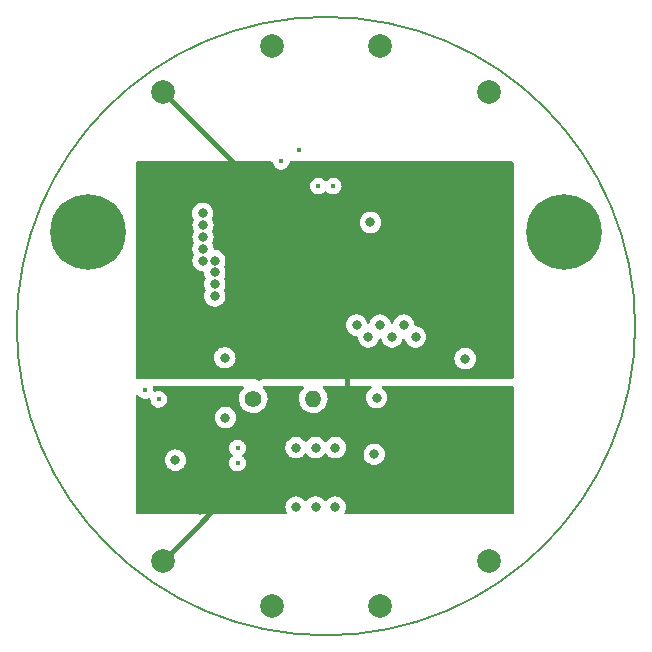
<source format=gbr>
%TF.GenerationSoftware,KiCad,Pcbnew,6.0.10-86aedd382b~118~ubuntu20.04.1*%
%TF.CreationDate,2023-01-12T10:33:16+01:00*%
%TF.ProjectId,thrust_controller,74687275-7374-45f6-936f-6e74726f6c6c,rev?*%
%TF.SameCoordinates,Original*%
%TF.FileFunction,Copper,L2,Inr*%
%TF.FilePolarity,Positive*%
%FSLAX46Y46*%
G04 Gerber Fmt 4.6, Leading zero omitted, Abs format (unit mm)*
G04 Created by KiCad (PCBNEW 6.0.10-86aedd382b~118~ubuntu20.04.1) date 2023-01-12 10:33:16*
%MOMM*%
%LPD*%
G01*
G04 APERTURE LIST*
%TA.AperFunction,Profile*%
%ADD10C,0.200000*%
%TD*%
%TA.AperFunction,ComponentPad*%
%ADD11C,6.400000*%
%TD*%
%TA.AperFunction,ComponentPad*%
%ADD12C,1.400000*%
%TD*%
%TA.AperFunction,ComponentPad*%
%ADD13O,1.400000X1.400000*%
%TD*%
%TA.AperFunction,ComponentPad*%
%ADD14C,2.000000*%
%TD*%
%TA.AperFunction,ViaPad*%
%ADD15C,0.800000*%
%TD*%
%TA.AperFunction,ViaPad*%
%ADD16C,0.400000*%
%TD*%
%TA.AperFunction,Conductor*%
%ADD17C,0.400000*%
%TD*%
G04 APERTURE END LIST*
D10*
X169350000Y-83700000D02*
G75*
G03*
X169350000Y-83700000I-26180000J0D01*
G01*
D11*
%TO.N,N/C*%
%TO.C,H2*%
X163300000Y-75700000D03*
%TD*%
D12*
%TO.N,Net-(R3-Pad1)*%
%TO.C,R6*%
X137020000Y-89850000D03*
D13*
%TO.N,Net-(R3-Pad2)*%
X142100000Y-89850000D03*
%TD*%
D11*
%TO.N,N/C*%
%TO.C,H1*%
X123040000Y-75700000D03*
%TD*%
D14*
%TO.N,GNDA*%
%TO.C,TP6*%
X129370000Y-103560000D03*
%TD*%
%TO.N,+3.3VA*%
%TO.C,TP1*%
X138570000Y-107440000D03*
%TD*%
%TO.N,Cmd*%
%TO.C,TP7*%
X147770000Y-59960000D03*
%TD*%
%TO.N,+3.3V*%
%TO.C,TP5*%
X138570000Y-59960000D03*
%TD*%
%TO.N,Ref*%
%TO.C,TP4*%
X156970000Y-103560000D03*
%TD*%
%TO.N,Meas*%
%TO.C,TP3*%
X147770000Y-107440000D03*
%TD*%
%TO.N,Des*%
%TO.C,TP2*%
X156970000Y-63840000D03*
%TD*%
%TO.N,GNDA*%
%TO.C,TP8*%
X129370000Y-63840000D03*
%TD*%
D15*
%TO.N,+3.3VA*%
X142297500Y-93987500D03*
X142297500Y-99020000D03*
X130422500Y-95050000D03*
X147460000Y-89750000D03*
X134660000Y-91450000D03*
X143960000Y-93987500D03*
X140635000Y-99020000D03*
X140635000Y-93987500D03*
X143960000Y-99020000D03*
X147260000Y-94550000D03*
%TO.N,GNDA*%
X147260000Y-92912500D03*
X155985000Y-71050000D03*
X137451979Y-77118887D03*
X145310000Y-89609500D03*
X130422500Y-86850500D03*
X149760000Y-79912500D03*
X146000000Y-96570000D03*
X142060000Y-91780000D03*
X137451979Y-75753331D03*
X130279985Y-74650000D03*
X157850000Y-92110000D03*
X145329310Y-86381241D03*
X137451979Y-78484443D03*
X139060000Y-78484443D03*
X130279985Y-76200000D03*
X132500000Y-98160000D03*
X130279985Y-77750000D03*
X151710000Y-86375000D03*
X130279985Y-82910126D03*
X132497500Y-99310000D03*
X137922500Y-92650000D03*
X147344576Y-96570000D03*
X148689152Y-96570000D03*
X149910000Y-86660000D03*
X148260000Y-86887500D03*
X130435000Y-71050000D03*
X157850000Y-89750000D03*
X157850000Y-90930000D03*
X130422500Y-90150000D03*
X149760000Y-78440000D03*
X148260000Y-78440000D03*
X148260000Y-79912500D03*
X137451979Y-79850000D03*
X137480000Y-87924500D03*
X136010000Y-73945000D03*
%TO.N,+5V*%
X132760000Y-78150000D03*
X132760000Y-76150000D03*
X132735500Y-74150000D03*
X133760000Y-80150000D03*
X133760000Y-81150000D03*
X132760000Y-75150000D03*
X133760000Y-79150000D03*
X133760000Y-78150000D03*
X132760000Y-77150000D03*
D16*
%TO.N,S+*%
X135685000Y-95285000D03*
%TO.N,S-*%
X135685000Y-94015000D03*
D15*
%TO.N,+3.3V*%
X148760000Y-84620000D03*
X147760000Y-83620000D03*
X150760000Y-84620000D03*
X134610000Y-86375000D03*
X146934500Y-74920000D03*
X146760000Y-84620000D03*
X145760000Y-83620000D03*
X154960000Y-86450000D03*
X149760000Y-83620000D03*
D16*
%TO.N,Des*%
X140860000Y-68750000D03*
%TO.N,Cmd*%
X139369500Y-69750000D03*
%TO.N,B*%
X129010000Y-89900000D03*
%TO.N,A*%
X127860000Y-89150000D03*
%TO.N,SWDIO*%
X142535000Y-71850000D03*
%TO.N,SWCLK*%
X143785000Y-71850000D03*
%TD*%
D17*
%TO.N,GNDA*%
X136060000Y-70530000D02*
X136060000Y-70550000D01*
X129370000Y-103560000D02*
X136360000Y-96570000D01*
X144913499Y-87996501D02*
X145760000Y-87150000D01*
X129370000Y-63840000D02*
X136060000Y-70530000D01*
X144913499Y-89500000D02*
X144913499Y-87996501D01*
%TD*%
%TA.AperFunction,Conductor*%
%TO.N,GNDA*%
G36*
X136186783Y-88770002D02*
G01*
X136233276Y-88823658D01*
X136243380Y-88893932D01*
X136213886Y-88958512D01*
X136201746Y-88970726D01*
X136145457Y-89020090D01*
X136008863Y-89193360D01*
X135906131Y-89388620D01*
X135840703Y-89599333D01*
X135814770Y-89818440D01*
X135829200Y-90038604D01*
X135830621Y-90044200D01*
X135830622Y-90044205D01*
X135876961Y-90226660D01*
X135883511Y-90252452D01*
X135885928Y-90257694D01*
X135885928Y-90257695D01*
X135924046Y-90340379D01*
X135975883Y-90452821D01*
X136103222Y-90633002D01*
X136261264Y-90786961D01*
X136266060Y-90790166D01*
X136266063Y-90790168D01*
X136350261Y-90846427D01*
X136444717Y-90909540D01*
X136450020Y-90911818D01*
X136450023Y-90911820D01*
X136575989Y-90965939D01*
X136647436Y-90996635D01*
X136727088Y-91014658D01*
X136856995Y-91044054D01*
X136857001Y-91044055D01*
X136862632Y-91045329D01*
X136868403Y-91045556D01*
X136868405Y-91045556D01*
X136936211Y-91048220D01*
X137083098Y-91053991D01*
X137192275Y-91038161D01*
X137295738Y-91023160D01*
X137295743Y-91023159D01*
X137301452Y-91022331D01*
X137306916Y-91020476D01*
X137306921Y-91020475D01*
X137504907Y-90953268D01*
X137504912Y-90953266D01*
X137510379Y-90951410D01*
X137702884Y-90843602D01*
X137872518Y-90702518D01*
X137947372Y-90612517D01*
X138009908Y-90537326D01*
X138009910Y-90537323D01*
X138013602Y-90532884D01*
X138103998Y-90371470D01*
X138118586Y-90345422D01*
X138118587Y-90345420D01*
X138121410Y-90340379D01*
X138123266Y-90334912D01*
X138123268Y-90334907D01*
X138190475Y-90136921D01*
X138190476Y-90136916D01*
X138192331Y-90131452D01*
X138193159Y-90125743D01*
X138193160Y-90125738D01*
X138223458Y-89916772D01*
X138223991Y-89913098D01*
X138225643Y-89850000D01*
X138205454Y-89630289D01*
X138200038Y-89611083D01*
X138147134Y-89423500D01*
X138145565Y-89417936D01*
X138047980Y-89220053D01*
X138034328Y-89201770D01*
X137919420Y-89047891D01*
X137919420Y-89047890D01*
X137915967Y-89043267D01*
X137911729Y-89039349D01*
X137911725Y-89039345D01*
X137835112Y-88968524D01*
X137798667Y-88907596D01*
X137800948Y-88836636D01*
X137841230Y-88778174D01*
X137906725Y-88750771D01*
X137920641Y-88750000D01*
X141198662Y-88750000D01*
X141266783Y-88770002D01*
X141313276Y-88823658D01*
X141323380Y-88893932D01*
X141293886Y-88958512D01*
X141281746Y-88970726D01*
X141225457Y-89020090D01*
X141088863Y-89193360D01*
X140986131Y-89388620D01*
X140920703Y-89599333D01*
X140894770Y-89818440D01*
X140909200Y-90038604D01*
X140910621Y-90044200D01*
X140910622Y-90044205D01*
X140956961Y-90226660D01*
X140963511Y-90252452D01*
X140965928Y-90257694D01*
X140965928Y-90257695D01*
X141004046Y-90340379D01*
X141055883Y-90452821D01*
X141183222Y-90633002D01*
X141341264Y-90786961D01*
X141346060Y-90790166D01*
X141346063Y-90790168D01*
X141430261Y-90846427D01*
X141524717Y-90909540D01*
X141530020Y-90911818D01*
X141530023Y-90911820D01*
X141655989Y-90965939D01*
X141727436Y-90996635D01*
X141807088Y-91014658D01*
X141936995Y-91044054D01*
X141937001Y-91044055D01*
X141942632Y-91045329D01*
X141948403Y-91045556D01*
X141948405Y-91045556D01*
X142016211Y-91048220D01*
X142163098Y-91053991D01*
X142272275Y-91038161D01*
X142375738Y-91023160D01*
X142375743Y-91023159D01*
X142381452Y-91022331D01*
X142386916Y-91020476D01*
X142386921Y-91020475D01*
X142584907Y-90953268D01*
X142584912Y-90953266D01*
X142590379Y-90951410D01*
X142782884Y-90843602D01*
X142952518Y-90702518D01*
X143027372Y-90612517D01*
X143089908Y-90537326D01*
X143089910Y-90537323D01*
X143093602Y-90532884D01*
X143183998Y-90371470D01*
X143198586Y-90345422D01*
X143198587Y-90345420D01*
X143201410Y-90340379D01*
X143203266Y-90334912D01*
X143203268Y-90334907D01*
X143270475Y-90136921D01*
X143270476Y-90136916D01*
X143272331Y-90131452D01*
X143273159Y-90125743D01*
X143273160Y-90125738D01*
X143303458Y-89916772D01*
X143303991Y-89913098D01*
X143305643Y-89850000D01*
X143285454Y-89630289D01*
X143280038Y-89611083D01*
X143227134Y-89423500D01*
X143225565Y-89417936D01*
X143127980Y-89220053D01*
X143114328Y-89201770D01*
X142999420Y-89047891D01*
X142999420Y-89047890D01*
X142995967Y-89043267D01*
X142991729Y-89039349D01*
X142991725Y-89039345D01*
X142915112Y-88968524D01*
X142878667Y-88907596D01*
X142880948Y-88836636D01*
X142921230Y-88778174D01*
X142986725Y-88750771D01*
X143000641Y-88750000D01*
X146916573Y-88750000D01*
X146984694Y-88770002D01*
X147031187Y-88823658D01*
X147041291Y-88893932D01*
X147011797Y-88958512D01*
X146990636Y-88977935D01*
X146854129Y-89077112D01*
X146849716Y-89082014D01*
X146849714Y-89082015D01*
X146744857Y-89198470D01*
X146727467Y-89217784D01*
X146724164Y-89223505D01*
X146665213Y-89325612D01*
X146632821Y-89381716D01*
X146574326Y-89561744D01*
X146573636Y-89568305D01*
X146573636Y-89568307D01*
X146567267Y-89628904D01*
X146554540Y-89750000D01*
X146555230Y-89756565D01*
X146572288Y-89918862D01*
X146574326Y-89938256D01*
X146632821Y-90118284D01*
X146636124Y-90124006D01*
X146636125Y-90124007D01*
X146710283Y-90252452D01*
X146727467Y-90282216D01*
X146854129Y-90422888D01*
X147007270Y-90534151D01*
X147180197Y-90611144D01*
X147278212Y-90631978D01*
X147358897Y-90649128D01*
X147358901Y-90649128D01*
X147365354Y-90650500D01*
X147554646Y-90650500D01*
X147561099Y-90649128D01*
X147561103Y-90649128D01*
X147641788Y-90631978D01*
X147739803Y-90611144D01*
X147912730Y-90534151D01*
X148065871Y-90422888D01*
X148192533Y-90282216D01*
X148209717Y-90252452D01*
X148283875Y-90124007D01*
X148283876Y-90124006D01*
X148287179Y-90118284D01*
X148345674Y-89938256D01*
X148347713Y-89918862D01*
X148364770Y-89756565D01*
X148365460Y-89750000D01*
X148352733Y-89628904D01*
X148346364Y-89568307D01*
X148346364Y-89568305D01*
X148345674Y-89561744D01*
X148287179Y-89381716D01*
X148254788Y-89325612D01*
X148195836Y-89223505D01*
X148192533Y-89217784D01*
X148175143Y-89198470D01*
X148070286Y-89082015D01*
X148070284Y-89082014D01*
X148065871Y-89077112D01*
X147929365Y-88977935D01*
X147886012Y-88921714D01*
X147879937Y-88850978D01*
X147913068Y-88788186D01*
X147974888Y-88753275D01*
X148003427Y-88750000D01*
X158934000Y-88750000D01*
X159002121Y-88770002D01*
X159048614Y-88823658D01*
X159060000Y-88876000D01*
X159060000Y-99524000D01*
X159039998Y-99592121D01*
X158986342Y-99638614D01*
X158934000Y-99650000D01*
X144854315Y-99650000D01*
X144786194Y-99629998D01*
X144739701Y-99576342D01*
X144729597Y-99506068D01*
X144745196Y-99461000D01*
X144783875Y-99394007D01*
X144783876Y-99394006D01*
X144787179Y-99388284D01*
X144845674Y-99208256D01*
X144865460Y-99020000D01*
X144845674Y-98831744D01*
X144787179Y-98651716D01*
X144692533Y-98487784D01*
X144565871Y-98347112D01*
X144412730Y-98235849D01*
X144239803Y-98158856D01*
X144141788Y-98138022D01*
X144061103Y-98120872D01*
X144061099Y-98120872D01*
X144054646Y-98119500D01*
X143865354Y-98119500D01*
X143858901Y-98120872D01*
X143858897Y-98120872D01*
X143778212Y-98138022D01*
X143680197Y-98158856D01*
X143507270Y-98235849D01*
X143354129Y-98347112D01*
X143227467Y-98487784D01*
X143227003Y-98487366D01*
X143174469Y-98527880D01*
X143103733Y-98533958D01*
X143040940Y-98500829D01*
X143030826Y-98489157D01*
X143030033Y-98487784D01*
X142903371Y-98347112D01*
X142750230Y-98235849D01*
X142577303Y-98158856D01*
X142479288Y-98138022D01*
X142398603Y-98120872D01*
X142398599Y-98120872D01*
X142392146Y-98119500D01*
X142202854Y-98119500D01*
X142196401Y-98120872D01*
X142196397Y-98120872D01*
X142115712Y-98138022D01*
X142017697Y-98158856D01*
X141844770Y-98235849D01*
X141691629Y-98347112D01*
X141564967Y-98487784D01*
X141564503Y-98487366D01*
X141511969Y-98527880D01*
X141441233Y-98533958D01*
X141378440Y-98500829D01*
X141368326Y-98489157D01*
X141367533Y-98487784D01*
X141240871Y-98347112D01*
X141087730Y-98235849D01*
X140914803Y-98158856D01*
X140816788Y-98138022D01*
X140736103Y-98120872D01*
X140736099Y-98120872D01*
X140729646Y-98119500D01*
X140540354Y-98119500D01*
X140533901Y-98120872D01*
X140533897Y-98120872D01*
X140453212Y-98138022D01*
X140355197Y-98158856D01*
X140182270Y-98235849D01*
X140029129Y-98347112D01*
X139902467Y-98487784D01*
X139807821Y-98651716D01*
X139749326Y-98831744D01*
X139729540Y-99020000D01*
X139749326Y-99208256D01*
X139807821Y-99388284D01*
X139811124Y-99394006D01*
X139811125Y-99394007D01*
X139849804Y-99461000D01*
X139866542Y-99529995D01*
X139843322Y-99597087D01*
X139787515Y-99640974D01*
X139740685Y-99650000D01*
X127186000Y-99650000D01*
X127117879Y-99629998D01*
X127071386Y-99576342D01*
X127060000Y-99524000D01*
X127060000Y-95050000D01*
X129517040Y-95050000D01*
X129517730Y-95056565D01*
X129536004Y-95230432D01*
X129536826Y-95238256D01*
X129595321Y-95418284D01*
X129689967Y-95582216D01*
X129694385Y-95587123D01*
X129694386Y-95587124D01*
X129716479Y-95611660D01*
X129816629Y-95722888D01*
X129969770Y-95834151D01*
X130142697Y-95911144D01*
X130240712Y-95931978D01*
X130321397Y-95949128D01*
X130321401Y-95949128D01*
X130327854Y-95950500D01*
X130517146Y-95950500D01*
X130523599Y-95949128D01*
X130523603Y-95949128D01*
X130604288Y-95931978D01*
X130702303Y-95911144D01*
X130875230Y-95834151D01*
X131028371Y-95722888D01*
X131128522Y-95611660D01*
X131150614Y-95587124D01*
X131150615Y-95587123D01*
X131155033Y-95582216D01*
X131249679Y-95418284D01*
X131295387Y-95277611D01*
X134979394Y-95277611D01*
X134997999Y-95446135D01*
X135056266Y-95605356D01*
X135060502Y-95611659D01*
X135060502Y-95611660D01*
X135073574Y-95631113D01*
X135150830Y-95746083D01*
X135156442Y-95751190D01*
X135156445Y-95751193D01*
X135270612Y-95855077D01*
X135270616Y-95855080D01*
X135276233Y-95860191D01*
X135282906Y-95863814D01*
X135282910Y-95863817D01*
X135418558Y-95937467D01*
X135418560Y-95937468D01*
X135425235Y-95941092D01*
X135432584Y-95943020D01*
X135581883Y-95982188D01*
X135581885Y-95982188D01*
X135589233Y-95984116D01*
X135675609Y-95985473D01*
X135751161Y-95986660D01*
X135751164Y-95986660D01*
X135758760Y-95986779D01*
X135766165Y-95985083D01*
X135766166Y-95985083D01*
X135826586Y-95971245D01*
X135924029Y-95948928D01*
X136075498Y-95872747D01*
X136204423Y-95762634D01*
X136303361Y-95624947D01*
X136311237Y-95605356D01*
X136363766Y-95474687D01*
X136363767Y-95474685D01*
X136366601Y-95467634D01*
X136385598Y-95334151D01*
X136389909Y-95303862D01*
X136389909Y-95303859D01*
X136390490Y-95299778D01*
X136390645Y-95285000D01*
X136389836Y-95278310D01*
X136384194Y-95231693D01*
X136370276Y-95116680D01*
X136310345Y-94958077D01*
X136261239Y-94886628D01*
X136218614Y-94824608D01*
X136218613Y-94824607D01*
X136214312Y-94818349D01*
X136203448Y-94808669D01*
X136130663Y-94743820D01*
X136093107Y-94683570D01*
X136094088Y-94612580D01*
X136132652Y-94553933D01*
X136198648Y-94497567D01*
X136198651Y-94497564D01*
X136204423Y-94492634D01*
X136303361Y-94354947D01*
X136311237Y-94335356D01*
X136363766Y-94204687D01*
X136363767Y-94204685D01*
X136366601Y-94197634D01*
X136390490Y-94029778D01*
X136390645Y-94015000D01*
X136388840Y-94000080D01*
X136387318Y-93987500D01*
X139729540Y-93987500D01*
X139730230Y-93994065D01*
X139746711Y-94150872D01*
X139749326Y-94175756D01*
X139807821Y-94355784D01*
X139811124Y-94361506D01*
X139811125Y-94361507D01*
X139879318Y-94479620D01*
X139902467Y-94519716D01*
X139906885Y-94524623D01*
X139906886Y-94524624D01*
X140020138Y-94650402D01*
X140029129Y-94660388D01*
X140034468Y-94664267D01*
X140146037Y-94745326D01*
X140182270Y-94771651D01*
X140355197Y-94848644D01*
X140447705Y-94868307D01*
X140533897Y-94886628D01*
X140533901Y-94886628D01*
X140540354Y-94888000D01*
X140729646Y-94888000D01*
X140736099Y-94886628D01*
X140736103Y-94886628D01*
X140822295Y-94868307D01*
X140914803Y-94848644D01*
X141087730Y-94771651D01*
X141123964Y-94745326D01*
X141235532Y-94664267D01*
X141240871Y-94660388D01*
X141249863Y-94650402D01*
X141363114Y-94524624D01*
X141363115Y-94524623D01*
X141367533Y-94519716D01*
X141367997Y-94520134D01*
X141420531Y-94479620D01*
X141491267Y-94473542D01*
X141554060Y-94506671D01*
X141564174Y-94518343D01*
X141564967Y-94519716D01*
X141569385Y-94524623D01*
X141569386Y-94524624D01*
X141682638Y-94650402D01*
X141691629Y-94660388D01*
X141696968Y-94664267D01*
X141808537Y-94745326D01*
X141844770Y-94771651D01*
X142017697Y-94848644D01*
X142110205Y-94868307D01*
X142196397Y-94886628D01*
X142196401Y-94886628D01*
X142202854Y-94888000D01*
X142392146Y-94888000D01*
X142398599Y-94886628D01*
X142398603Y-94886628D01*
X142484795Y-94868307D01*
X142577303Y-94848644D01*
X142750230Y-94771651D01*
X142786464Y-94745326D01*
X142898032Y-94664267D01*
X142903371Y-94660388D01*
X142912363Y-94650402D01*
X143025614Y-94524624D01*
X143025615Y-94524623D01*
X143030033Y-94519716D01*
X143030497Y-94520134D01*
X143083031Y-94479620D01*
X143153767Y-94473542D01*
X143216560Y-94506671D01*
X143226674Y-94518343D01*
X143227467Y-94519716D01*
X143231885Y-94524623D01*
X143231886Y-94524624D01*
X143345138Y-94650402D01*
X143354129Y-94660388D01*
X143359468Y-94664267D01*
X143471037Y-94745326D01*
X143507270Y-94771651D01*
X143680197Y-94848644D01*
X143772705Y-94868307D01*
X143858897Y-94886628D01*
X143858901Y-94886628D01*
X143865354Y-94888000D01*
X144054646Y-94888000D01*
X144061099Y-94886628D01*
X144061103Y-94886628D01*
X144147295Y-94868307D01*
X144239803Y-94848644D01*
X144412730Y-94771651D01*
X144448964Y-94745326D01*
X144560532Y-94664267D01*
X144565871Y-94660388D01*
X144574863Y-94650402D01*
X144665265Y-94550000D01*
X146354540Y-94550000D01*
X146355230Y-94556565D01*
X146370890Y-94705560D01*
X146374326Y-94738256D01*
X146432821Y-94918284D01*
X146527467Y-95082216D01*
X146531885Y-95087123D01*
X146531886Y-95087124D01*
X146565288Y-95124220D01*
X146654129Y-95222888D01*
X146659468Y-95226767D01*
X146765581Y-95303862D01*
X146807270Y-95334151D01*
X146980197Y-95411144D01*
X147078212Y-95431978D01*
X147158897Y-95449128D01*
X147158901Y-95449128D01*
X147165354Y-95450500D01*
X147354646Y-95450500D01*
X147361099Y-95449128D01*
X147361103Y-95449128D01*
X147441788Y-95431978D01*
X147539803Y-95411144D01*
X147712730Y-95334151D01*
X147754420Y-95303862D01*
X147860532Y-95226767D01*
X147865871Y-95222888D01*
X147954713Y-95124220D01*
X147988114Y-95087124D01*
X147988115Y-95087123D01*
X147992533Y-95082216D01*
X148087179Y-94918284D01*
X148145674Y-94738256D01*
X148149111Y-94705560D01*
X148164770Y-94556565D01*
X148165460Y-94550000D01*
X148157029Y-94469783D01*
X148146364Y-94368307D01*
X148146364Y-94368305D01*
X148145674Y-94361744D01*
X148087179Y-94181716D01*
X148079599Y-94168586D01*
X147995836Y-94023505D01*
X147992533Y-94017784D01*
X147988114Y-94012876D01*
X147870286Y-93882015D01*
X147870284Y-93882014D01*
X147865871Y-93877112D01*
X147767728Y-93805807D01*
X147718072Y-93769730D01*
X147718071Y-93769729D01*
X147712730Y-93765849D01*
X147539803Y-93688856D01*
X147441788Y-93668022D01*
X147361103Y-93650872D01*
X147361099Y-93650872D01*
X147354646Y-93649500D01*
X147165354Y-93649500D01*
X147158901Y-93650872D01*
X147158897Y-93650872D01*
X147078212Y-93668022D01*
X146980197Y-93688856D01*
X146807270Y-93765849D01*
X146801929Y-93769729D01*
X146801928Y-93769730D01*
X146752272Y-93805807D01*
X146654129Y-93877112D01*
X146649716Y-93882014D01*
X146649714Y-93882015D01*
X146531886Y-94012876D01*
X146527467Y-94017784D01*
X146524164Y-94023505D01*
X146440402Y-94168586D01*
X146432821Y-94181716D01*
X146374326Y-94361744D01*
X146373636Y-94368305D01*
X146373636Y-94368307D01*
X146362971Y-94469783D01*
X146354540Y-94550000D01*
X144665265Y-94550000D01*
X144688114Y-94524624D01*
X144688115Y-94524623D01*
X144692533Y-94519716D01*
X144715682Y-94479620D01*
X144783875Y-94361507D01*
X144783876Y-94361506D01*
X144787179Y-94355784D01*
X144845674Y-94175756D01*
X144848290Y-94150872D01*
X144864770Y-93994065D01*
X144865460Y-93987500D01*
X144849913Y-93839577D01*
X144846364Y-93805807D01*
X144846364Y-93805805D01*
X144845674Y-93799244D01*
X144787179Y-93619216D01*
X144692533Y-93455284D01*
X144675501Y-93436368D01*
X144570286Y-93319515D01*
X144570284Y-93319514D01*
X144565871Y-93314612D01*
X144412730Y-93203349D01*
X144239803Y-93126356D01*
X144141788Y-93105522D01*
X144061103Y-93088372D01*
X144061099Y-93088372D01*
X144054646Y-93087000D01*
X143865354Y-93087000D01*
X143858901Y-93088372D01*
X143858897Y-93088372D01*
X143778212Y-93105522D01*
X143680197Y-93126356D01*
X143507270Y-93203349D01*
X143354129Y-93314612D01*
X143349716Y-93319514D01*
X143349714Y-93319515D01*
X143244499Y-93436368D01*
X143227467Y-93455284D01*
X143227003Y-93454866D01*
X143174469Y-93495380D01*
X143103733Y-93501458D01*
X143040940Y-93468329D01*
X143030826Y-93456657D01*
X143030033Y-93455284D01*
X143013001Y-93436368D01*
X142907786Y-93319515D01*
X142907784Y-93319514D01*
X142903371Y-93314612D01*
X142750230Y-93203349D01*
X142577303Y-93126356D01*
X142479288Y-93105522D01*
X142398603Y-93088372D01*
X142398599Y-93088372D01*
X142392146Y-93087000D01*
X142202854Y-93087000D01*
X142196401Y-93088372D01*
X142196397Y-93088372D01*
X142115712Y-93105522D01*
X142017697Y-93126356D01*
X141844770Y-93203349D01*
X141691629Y-93314612D01*
X141687216Y-93319514D01*
X141687214Y-93319515D01*
X141581999Y-93436368D01*
X141564967Y-93455284D01*
X141564503Y-93454866D01*
X141511969Y-93495380D01*
X141441233Y-93501458D01*
X141378440Y-93468329D01*
X141368326Y-93456657D01*
X141367533Y-93455284D01*
X141350501Y-93436368D01*
X141245286Y-93319515D01*
X141245284Y-93319514D01*
X141240871Y-93314612D01*
X141087730Y-93203349D01*
X140914803Y-93126356D01*
X140816788Y-93105522D01*
X140736103Y-93088372D01*
X140736099Y-93088372D01*
X140729646Y-93087000D01*
X140540354Y-93087000D01*
X140533901Y-93088372D01*
X140533897Y-93088372D01*
X140453212Y-93105522D01*
X140355197Y-93126356D01*
X140182270Y-93203349D01*
X140029129Y-93314612D01*
X140024716Y-93319514D01*
X140024714Y-93319515D01*
X139919499Y-93436368D01*
X139902467Y-93455284D01*
X139807821Y-93619216D01*
X139749326Y-93799244D01*
X139748636Y-93805805D01*
X139748636Y-93805807D01*
X139745087Y-93839577D01*
X139729540Y-93987500D01*
X136387318Y-93987500D01*
X136374552Y-93882015D01*
X136370276Y-93846680D01*
X136310345Y-93688077D01*
X136271629Y-93631745D01*
X136218614Y-93554608D01*
X136218613Y-93554607D01*
X136214312Y-93548349D01*
X136161683Y-93501458D01*
X136093392Y-93440612D01*
X136093388Y-93440610D01*
X136087721Y-93435560D01*
X135937881Y-93356224D01*
X135773441Y-93314919D01*
X135765843Y-93314879D01*
X135765841Y-93314879D01*
X135688668Y-93314475D01*
X135603895Y-93314031D01*
X135596508Y-93315805D01*
X135596504Y-93315805D01*
X135453498Y-93350139D01*
X135439032Y-93353612D01*
X135432288Y-93357093D01*
X135432285Y-93357094D01*
X135427089Y-93359776D01*
X135288369Y-93431375D01*
X135282647Y-93436367D01*
X135282645Y-93436368D01*
X135226098Y-93485697D01*
X135160604Y-93542831D01*
X135156237Y-93549045D01*
X135084672Y-93650872D01*
X135063113Y-93681547D01*
X135001524Y-93839513D01*
X135000532Y-93847046D01*
X135000532Y-93847047D01*
X134982042Y-93987500D01*
X134979394Y-94007611D01*
X134997999Y-94176135D01*
X135056266Y-94335356D01*
X135060502Y-94341659D01*
X135060502Y-94341660D01*
X135069779Y-94355466D01*
X135150830Y-94476083D01*
X135156446Y-94481193D01*
X135239958Y-94557184D01*
X135276880Y-94617824D01*
X135275157Y-94688800D01*
X135237987Y-94745326D01*
X135160604Y-94812831D01*
X135156237Y-94819045D01*
X135086491Y-94918284D01*
X135063113Y-94951547D01*
X135001524Y-95109513D01*
X135000532Y-95117046D01*
X135000532Y-95117047D01*
X134983749Y-95244534D01*
X134979394Y-95277611D01*
X131295387Y-95277611D01*
X131308174Y-95238256D01*
X131308997Y-95230432D01*
X131327270Y-95056565D01*
X131327960Y-95050000D01*
X131317641Y-94951819D01*
X131308864Y-94868307D01*
X131308864Y-94868305D01*
X131308174Y-94861744D01*
X131249679Y-94681716D01*
X131155033Y-94517784D01*
X131145027Y-94506671D01*
X131032786Y-94382015D01*
X131032784Y-94382014D01*
X131028371Y-94377112D01*
X131007219Y-94361744D01*
X130880572Y-94269730D01*
X130880571Y-94269729D01*
X130875230Y-94265849D01*
X130702303Y-94188856D01*
X130604288Y-94168022D01*
X130523603Y-94150872D01*
X130523599Y-94150872D01*
X130517146Y-94149500D01*
X130327854Y-94149500D01*
X130321401Y-94150872D01*
X130321397Y-94150872D01*
X130240712Y-94168022D01*
X130142697Y-94188856D01*
X129969770Y-94265849D01*
X129964429Y-94269729D01*
X129964428Y-94269730D01*
X129837781Y-94361744D01*
X129816629Y-94377112D01*
X129812216Y-94382014D01*
X129812214Y-94382015D01*
X129699973Y-94506671D01*
X129689967Y-94517784D01*
X129595321Y-94681716D01*
X129536826Y-94861744D01*
X129536136Y-94868305D01*
X129536136Y-94868307D01*
X129527359Y-94951819D01*
X129517040Y-95050000D01*
X127060000Y-95050000D01*
X127060000Y-91450000D01*
X133754540Y-91450000D01*
X133774326Y-91638256D01*
X133832821Y-91818284D01*
X133927467Y-91982216D01*
X133931885Y-91987123D01*
X133931886Y-91987124D01*
X133997889Y-92060427D01*
X134054129Y-92122888D01*
X134207270Y-92234151D01*
X134380197Y-92311144D01*
X134478212Y-92331978D01*
X134558897Y-92349128D01*
X134558901Y-92349128D01*
X134565354Y-92350500D01*
X134754646Y-92350500D01*
X134761099Y-92349128D01*
X134761103Y-92349128D01*
X134841788Y-92331978D01*
X134939803Y-92311144D01*
X135112730Y-92234151D01*
X135265871Y-92122888D01*
X135322112Y-92060427D01*
X135388114Y-91987124D01*
X135388115Y-91987123D01*
X135392533Y-91982216D01*
X135487179Y-91818284D01*
X135545674Y-91638256D01*
X135565460Y-91450000D01*
X135545674Y-91261744D01*
X135487179Y-91081716D01*
X135470694Y-91053162D01*
X135395836Y-90923505D01*
X135392533Y-90917784D01*
X135265871Y-90777112D01*
X135112730Y-90665849D01*
X134939803Y-90588856D01*
X134841788Y-90568022D01*
X134761103Y-90550872D01*
X134761099Y-90550872D01*
X134754646Y-90549500D01*
X134565354Y-90549500D01*
X134558901Y-90550872D01*
X134558897Y-90550872D01*
X134478212Y-90568022D01*
X134380197Y-90588856D01*
X134207270Y-90665849D01*
X134054129Y-90777112D01*
X133927467Y-90917784D01*
X133924164Y-90923505D01*
X133849307Y-91053162D01*
X133832821Y-91081716D01*
X133774326Y-91261744D01*
X133754540Y-91450000D01*
X127060000Y-91450000D01*
X127060000Y-89628904D01*
X127080002Y-89560783D01*
X127133658Y-89514290D01*
X127203932Y-89504186D01*
X127268512Y-89533680D01*
X127290582Y-89558629D01*
X127321594Y-89604780D01*
X127321597Y-89604783D01*
X127325830Y-89611083D01*
X127331442Y-89616190D01*
X127331445Y-89616193D01*
X127445612Y-89720077D01*
X127445616Y-89720080D01*
X127451233Y-89725191D01*
X127457906Y-89728814D01*
X127457910Y-89728817D01*
X127593558Y-89802467D01*
X127593560Y-89802468D01*
X127600235Y-89806092D01*
X127607584Y-89808020D01*
X127756883Y-89847188D01*
X127756885Y-89847188D01*
X127764233Y-89849116D01*
X127850609Y-89850473D01*
X127926161Y-89851660D01*
X127926164Y-89851660D01*
X127933760Y-89851779D01*
X127941165Y-89850083D01*
X127941166Y-89850083D01*
X128001586Y-89836245D01*
X128099029Y-89813928D01*
X128105810Y-89810518D01*
X128105817Y-89810515D01*
X128123403Y-89801670D01*
X128193248Y-89788932D01*
X128258891Y-89815977D01*
X128299493Y-89874218D01*
X128305255Y-89900408D01*
X128322999Y-90061135D01*
X128348732Y-90131452D01*
X128363942Y-90173015D01*
X128381266Y-90220356D01*
X128385502Y-90226659D01*
X128385502Y-90226660D01*
X128398574Y-90246113D01*
X128475830Y-90361083D01*
X128481442Y-90366190D01*
X128481445Y-90366193D01*
X128595612Y-90470077D01*
X128595616Y-90470080D01*
X128601233Y-90475191D01*
X128607906Y-90478814D01*
X128607910Y-90478817D01*
X128743558Y-90552467D01*
X128743560Y-90552468D01*
X128750235Y-90556092D01*
X128757584Y-90558020D01*
X128906883Y-90597188D01*
X128906885Y-90597188D01*
X128914233Y-90599116D01*
X129000609Y-90600473D01*
X129076161Y-90601660D01*
X129076164Y-90601660D01*
X129083760Y-90601779D01*
X129091165Y-90600083D01*
X129091166Y-90600083D01*
X129151586Y-90586245D01*
X129249029Y-90563928D01*
X129400498Y-90487747D01*
X129529423Y-90377634D01*
X129628361Y-90239947D01*
X129636237Y-90220356D01*
X129688766Y-90089687D01*
X129688767Y-90089685D01*
X129691601Y-90082634D01*
X129715490Y-89914778D01*
X129715645Y-89900000D01*
X129695276Y-89731680D01*
X129635345Y-89573077D01*
X129587997Y-89504186D01*
X129543614Y-89439608D01*
X129543613Y-89439607D01*
X129539312Y-89433349D01*
X129516196Y-89412753D01*
X129418392Y-89325612D01*
X129418388Y-89325610D01*
X129412721Y-89320560D01*
X129394921Y-89311135D01*
X129345080Y-89284746D01*
X129262881Y-89241224D01*
X129098441Y-89199919D01*
X129090843Y-89199879D01*
X129090841Y-89199879D01*
X129013668Y-89199475D01*
X128928895Y-89199031D01*
X128921508Y-89200805D01*
X128921504Y-89200805D01*
X128819754Y-89225234D01*
X128764032Y-89238612D01*
X128748499Y-89246629D01*
X128678793Y-89260099D01*
X128612869Y-89233745D01*
X128571658Y-89175933D01*
X128565621Y-89149801D01*
X128557418Y-89082015D01*
X128545276Y-88981680D01*
X128522172Y-88920537D01*
X128516804Y-88849745D01*
X128550561Y-88787288D01*
X128612727Y-88752996D01*
X128640038Y-88750000D01*
X136118662Y-88750000D01*
X136186783Y-88770002D01*
G37*
%TD.AperFunction*%
%TD*%
%TA.AperFunction,Conductor*%
%TO.N,GNDA*%
G36*
X138619976Y-69770002D02*
G01*
X138666469Y-69823658D01*
X138677094Y-69862172D01*
X138682499Y-69911135D01*
X138740766Y-70070356D01*
X138745002Y-70076659D01*
X138745002Y-70076660D01*
X138758074Y-70096113D01*
X138835330Y-70211083D01*
X138840942Y-70216190D01*
X138840945Y-70216193D01*
X138955112Y-70320077D01*
X138955116Y-70320080D01*
X138960733Y-70325191D01*
X138967406Y-70328814D01*
X138967410Y-70328817D01*
X139103058Y-70402467D01*
X139103060Y-70402468D01*
X139109735Y-70406092D01*
X139117084Y-70408020D01*
X139266383Y-70447188D01*
X139266385Y-70447188D01*
X139273733Y-70449116D01*
X139360109Y-70450473D01*
X139435661Y-70451660D01*
X139435664Y-70451660D01*
X139443260Y-70451779D01*
X139450665Y-70450083D01*
X139450666Y-70450083D01*
X139511086Y-70436245D01*
X139608529Y-70413928D01*
X139759998Y-70337747D01*
X139888923Y-70227634D01*
X139987861Y-70089947D01*
X139995737Y-70070356D01*
X140048266Y-69939687D01*
X140048267Y-69939685D01*
X140051101Y-69932634D01*
X140059161Y-69876000D01*
X140061688Y-69858246D01*
X140091089Y-69793623D01*
X140150760Y-69755155D01*
X140186431Y-69750000D01*
X158934000Y-69750000D01*
X159002121Y-69770002D01*
X159048614Y-69823658D01*
X159060000Y-69876000D01*
X159060000Y-88024000D01*
X159039998Y-88092121D01*
X158986342Y-88138614D01*
X158934000Y-88150000D01*
X127186000Y-88150000D01*
X127117879Y-88129998D01*
X127071386Y-88076342D01*
X127060000Y-88024000D01*
X127060000Y-86375000D01*
X133704540Y-86375000D01*
X133724326Y-86563256D01*
X133782821Y-86743284D01*
X133786124Y-86749006D01*
X133786125Y-86749007D01*
X133826122Y-86818284D01*
X133877467Y-86907216D01*
X133881885Y-86912123D01*
X133881886Y-86912124D01*
X133949417Y-86987124D01*
X134004129Y-87047888D01*
X134009468Y-87051767D01*
X134100610Y-87117985D01*
X134157270Y-87159151D01*
X134330197Y-87236144D01*
X134428212Y-87256978D01*
X134508897Y-87274128D01*
X134508901Y-87274128D01*
X134515354Y-87275500D01*
X134704646Y-87275500D01*
X134711099Y-87274128D01*
X134711103Y-87274128D01*
X134791788Y-87256978D01*
X134889803Y-87236144D01*
X135062730Y-87159151D01*
X135119391Y-87117985D01*
X135210532Y-87051767D01*
X135215871Y-87047888D01*
X135270584Y-86987124D01*
X135338114Y-86912124D01*
X135338115Y-86912123D01*
X135342533Y-86907216D01*
X135393878Y-86818284D01*
X135433875Y-86749007D01*
X135433876Y-86749006D01*
X135437179Y-86743284D01*
X135495674Y-86563256D01*
X135507577Y-86450000D01*
X154054540Y-86450000D01*
X154055230Y-86456565D01*
X154065754Y-86556693D01*
X154074326Y-86638256D01*
X154132821Y-86818284D01*
X154227467Y-86982216D01*
X154231885Y-86987123D01*
X154231886Y-86987124D01*
X154286599Y-87047888D01*
X154354129Y-87122888D01*
X154507270Y-87234151D01*
X154680197Y-87311144D01*
X154778212Y-87331978D01*
X154858897Y-87349128D01*
X154858901Y-87349128D01*
X154865354Y-87350500D01*
X155054646Y-87350500D01*
X155061099Y-87349128D01*
X155061103Y-87349128D01*
X155141788Y-87331978D01*
X155239803Y-87311144D01*
X155412730Y-87234151D01*
X155565871Y-87122888D01*
X155633402Y-87047888D01*
X155688114Y-86987124D01*
X155688115Y-86987123D01*
X155692533Y-86982216D01*
X155787179Y-86818284D01*
X155845674Y-86638256D01*
X155854247Y-86556693D01*
X155864770Y-86456565D01*
X155865460Y-86450000D01*
X155845674Y-86261744D01*
X155787179Y-86081716D01*
X155747507Y-86013001D01*
X155695836Y-85923505D01*
X155692533Y-85917784D01*
X155625003Y-85842784D01*
X155570286Y-85782015D01*
X155570284Y-85782014D01*
X155565871Y-85777112D01*
X155560532Y-85773233D01*
X155418072Y-85669730D01*
X155418071Y-85669729D01*
X155412730Y-85665849D01*
X155239803Y-85588856D01*
X155141788Y-85568022D01*
X155061103Y-85550872D01*
X155061099Y-85550872D01*
X155054646Y-85549500D01*
X154865354Y-85549500D01*
X154858901Y-85550872D01*
X154858897Y-85550872D01*
X154778212Y-85568022D01*
X154680197Y-85588856D01*
X154507270Y-85665849D01*
X154501929Y-85669729D01*
X154501928Y-85669730D01*
X154359468Y-85773233D01*
X154354129Y-85777112D01*
X154349716Y-85782014D01*
X154349714Y-85782015D01*
X154294997Y-85842784D01*
X154227467Y-85917784D01*
X154224164Y-85923505D01*
X154172494Y-86013001D01*
X154132821Y-86081716D01*
X154074326Y-86261744D01*
X154054540Y-86450000D01*
X135507577Y-86450000D01*
X135515460Y-86375000D01*
X135507060Y-86295075D01*
X135496364Y-86193307D01*
X135496364Y-86193305D01*
X135495674Y-86186744D01*
X135437179Y-86006716D01*
X135342533Y-85842784D01*
X135287816Y-85782015D01*
X135220286Y-85707015D01*
X135220284Y-85707014D01*
X135215871Y-85702112D01*
X135062730Y-85590849D01*
X134889803Y-85513856D01*
X134791788Y-85493022D01*
X134711103Y-85475872D01*
X134711099Y-85475872D01*
X134704646Y-85474500D01*
X134515354Y-85474500D01*
X134508901Y-85475872D01*
X134508897Y-85475872D01*
X134428212Y-85493022D01*
X134330197Y-85513856D01*
X134157270Y-85590849D01*
X134004129Y-85702112D01*
X133999716Y-85707014D01*
X133999714Y-85707015D01*
X133932184Y-85782015D01*
X133877467Y-85842784D01*
X133782821Y-86006716D01*
X133724326Y-86186744D01*
X133723636Y-86193305D01*
X133723636Y-86193307D01*
X133712940Y-86295075D01*
X133704540Y-86375000D01*
X127060000Y-86375000D01*
X127060000Y-83620000D01*
X144854540Y-83620000D01*
X144855230Y-83626565D01*
X144869417Y-83761545D01*
X144874326Y-83808256D01*
X144932821Y-83988284D01*
X145027467Y-84152216D01*
X145031885Y-84157123D01*
X145031886Y-84157124D01*
X145122717Y-84258001D01*
X145154129Y-84292888D01*
X145307270Y-84404151D01*
X145480197Y-84481144D01*
X145578212Y-84501978D01*
X145658897Y-84519128D01*
X145658901Y-84519128D01*
X145665354Y-84520500D01*
X145730631Y-84520500D01*
X145798752Y-84540502D01*
X145845245Y-84594158D01*
X145855941Y-84633330D01*
X145868316Y-84751069D01*
X145874326Y-84808256D01*
X145932821Y-84988284D01*
X146027467Y-85152216D01*
X146154129Y-85292888D01*
X146307270Y-85404151D01*
X146480197Y-85481144D01*
X146578212Y-85501978D01*
X146658897Y-85519128D01*
X146658901Y-85519128D01*
X146665354Y-85520500D01*
X146854646Y-85520500D01*
X146861099Y-85519128D01*
X146861103Y-85519128D01*
X146941788Y-85501978D01*
X147039803Y-85481144D01*
X147212730Y-85404151D01*
X147365871Y-85292888D01*
X147492533Y-85152216D01*
X147587179Y-84988284D01*
X147618589Y-84891613D01*
X147640167Y-84825205D01*
X147680241Y-84766599D01*
X147745637Y-84738962D01*
X147815594Y-84751069D01*
X147867900Y-84799075D01*
X147879833Y-84825205D01*
X147901411Y-84891613D01*
X147932821Y-84988284D01*
X148027467Y-85152216D01*
X148154129Y-85292888D01*
X148307270Y-85404151D01*
X148480197Y-85481144D01*
X148578212Y-85501978D01*
X148658897Y-85519128D01*
X148658901Y-85519128D01*
X148665354Y-85520500D01*
X148854646Y-85520500D01*
X148861099Y-85519128D01*
X148861103Y-85519128D01*
X148941788Y-85501978D01*
X149039803Y-85481144D01*
X149212730Y-85404151D01*
X149365871Y-85292888D01*
X149492533Y-85152216D01*
X149587179Y-84988284D01*
X149618589Y-84891613D01*
X149640167Y-84825205D01*
X149680241Y-84766599D01*
X149745637Y-84738962D01*
X149815594Y-84751069D01*
X149867900Y-84799075D01*
X149879833Y-84825205D01*
X149901411Y-84891613D01*
X149932821Y-84988284D01*
X150027467Y-85152216D01*
X150154129Y-85292888D01*
X150307270Y-85404151D01*
X150480197Y-85481144D01*
X150578212Y-85501978D01*
X150658897Y-85519128D01*
X150658901Y-85519128D01*
X150665354Y-85520500D01*
X150854646Y-85520500D01*
X150861099Y-85519128D01*
X150861103Y-85519128D01*
X150941788Y-85501978D01*
X151039803Y-85481144D01*
X151212730Y-85404151D01*
X151365871Y-85292888D01*
X151492533Y-85152216D01*
X151587179Y-84988284D01*
X151645674Y-84808256D01*
X151651685Y-84751069D01*
X151664770Y-84626565D01*
X151665460Y-84620000D01*
X151657105Y-84540502D01*
X151646364Y-84438307D01*
X151646364Y-84438305D01*
X151645674Y-84431744D01*
X151587179Y-84251716D01*
X151492533Y-84087784D01*
X151402943Y-83988284D01*
X151370286Y-83952015D01*
X151370284Y-83952014D01*
X151365871Y-83947112D01*
X151212730Y-83835849D01*
X151039803Y-83758856D01*
X150941788Y-83738022D01*
X150861103Y-83720872D01*
X150861099Y-83720872D01*
X150854646Y-83719500D01*
X150789369Y-83719500D01*
X150721248Y-83699498D01*
X150674755Y-83645842D01*
X150664059Y-83606670D01*
X150646364Y-83438307D01*
X150646364Y-83438305D01*
X150645674Y-83431744D01*
X150587179Y-83251716D01*
X150492533Y-83087784D01*
X150365871Y-82947112D01*
X150212730Y-82835849D01*
X150039803Y-82758856D01*
X149941788Y-82738022D01*
X149861103Y-82720872D01*
X149861099Y-82720872D01*
X149854646Y-82719500D01*
X149665354Y-82719500D01*
X149658901Y-82720872D01*
X149658897Y-82720872D01*
X149578212Y-82738022D01*
X149480197Y-82758856D01*
X149307270Y-82835849D01*
X149154129Y-82947112D01*
X149027467Y-83087784D01*
X148932821Y-83251716D01*
X148930779Y-83258001D01*
X148879833Y-83414795D01*
X148839759Y-83473401D01*
X148774363Y-83501038D01*
X148704406Y-83488931D01*
X148652100Y-83440925D01*
X148640167Y-83414795D01*
X148589221Y-83258001D01*
X148587179Y-83251716D01*
X148492533Y-83087784D01*
X148365871Y-82947112D01*
X148212730Y-82835849D01*
X148039803Y-82758856D01*
X147941788Y-82738022D01*
X147861103Y-82720872D01*
X147861099Y-82720872D01*
X147854646Y-82719500D01*
X147665354Y-82719500D01*
X147658901Y-82720872D01*
X147658897Y-82720872D01*
X147578212Y-82738022D01*
X147480197Y-82758856D01*
X147307270Y-82835849D01*
X147154129Y-82947112D01*
X147027467Y-83087784D01*
X146932821Y-83251716D01*
X146930779Y-83258001D01*
X146879833Y-83414795D01*
X146839759Y-83473401D01*
X146774363Y-83501038D01*
X146704406Y-83488931D01*
X146652100Y-83440925D01*
X146640167Y-83414795D01*
X146589221Y-83258001D01*
X146587179Y-83251716D01*
X146492533Y-83087784D01*
X146365871Y-82947112D01*
X146212730Y-82835849D01*
X146039803Y-82758856D01*
X145941788Y-82738022D01*
X145861103Y-82720872D01*
X145861099Y-82720872D01*
X145854646Y-82719500D01*
X145665354Y-82719500D01*
X145658901Y-82720872D01*
X145658897Y-82720872D01*
X145578212Y-82738022D01*
X145480197Y-82758856D01*
X145307270Y-82835849D01*
X145154129Y-82947112D01*
X145027467Y-83087784D01*
X144932821Y-83251716D01*
X144874326Y-83431744D01*
X144873636Y-83438305D01*
X144873636Y-83438307D01*
X144867043Y-83501038D01*
X144854540Y-83620000D01*
X127060000Y-83620000D01*
X127060000Y-74150000D01*
X131830040Y-74150000D01*
X131849826Y-74338256D01*
X131908321Y-74518284D01*
X131911624Y-74524006D01*
X131911625Y-74524007D01*
X131960244Y-74608218D01*
X131976982Y-74677214D01*
X131960244Y-74734218D01*
X131932821Y-74781716D01*
X131874326Y-74961744D01*
X131854540Y-75150000D01*
X131874326Y-75338256D01*
X131932821Y-75518284D01*
X131936124Y-75524006D01*
X131936125Y-75524007D01*
X131972494Y-75587000D01*
X131989232Y-75655996D01*
X131972494Y-75713000D01*
X131932821Y-75781716D01*
X131874326Y-75961744D01*
X131854540Y-76150000D01*
X131874326Y-76338256D01*
X131932821Y-76518284D01*
X131936124Y-76524006D01*
X131936125Y-76524007D01*
X131972494Y-76587000D01*
X131989232Y-76655996D01*
X131972494Y-76713000D01*
X131932821Y-76781716D01*
X131874326Y-76961744D01*
X131854540Y-77150000D01*
X131855230Y-77156565D01*
X131869417Y-77291545D01*
X131874326Y-77338256D01*
X131932821Y-77518284D01*
X131936124Y-77524006D01*
X131936125Y-77524007D01*
X131972494Y-77587000D01*
X131989232Y-77655996D01*
X131972494Y-77713000D01*
X131932821Y-77781716D01*
X131874326Y-77961744D01*
X131854540Y-78150000D01*
X131874326Y-78338256D01*
X131932821Y-78518284D01*
X131936124Y-78524006D01*
X131936125Y-78524007D01*
X132005405Y-78644004D01*
X132027467Y-78682216D01*
X132031885Y-78687123D01*
X132031886Y-78687124D01*
X132133629Y-78800120D01*
X132154129Y-78822888D01*
X132307270Y-78934151D01*
X132480197Y-79011144D01*
X132578212Y-79031978D01*
X132658897Y-79049128D01*
X132658901Y-79049128D01*
X132665354Y-79050500D01*
X132730631Y-79050500D01*
X132798752Y-79070502D01*
X132845245Y-79124158D01*
X132855941Y-79163330D01*
X132874326Y-79338256D01*
X132932821Y-79518284D01*
X132936124Y-79524006D01*
X132936125Y-79524007D01*
X132972494Y-79587000D01*
X132989232Y-79655996D01*
X132972494Y-79713000D01*
X132932821Y-79781716D01*
X132874326Y-79961744D01*
X132854540Y-80150000D01*
X132874326Y-80338256D01*
X132932821Y-80518284D01*
X132936124Y-80524006D01*
X132936125Y-80524007D01*
X132972494Y-80587000D01*
X132989232Y-80655996D01*
X132972494Y-80713000D01*
X132932821Y-80781716D01*
X132874326Y-80961744D01*
X132854540Y-81150000D01*
X132874326Y-81338256D01*
X132932821Y-81518284D01*
X133027467Y-81682216D01*
X133031885Y-81687123D01*
X133031886Y-81687124D01*
X133070397Y-81729894D01*
X133154129Y-81822888D01*
X133307270Y-81934151D01*
X133480197Y-82011144D01*
X133578212Y-82031978D01*
X133658897Y-82049128D01*
X133658901Y-82049128D01*
X133665354Y-82050500D01*
X133854646Y-82050500D01*
X133861099Y-82049128D01*
X133861103Y-82049128D01*
X133941788Y-82031978D01*
X134039803Y-82011144D01*
X134212730Y-81934151D01*
X134365871Y-81822888D01*
X134449604Y-81729894D01*
X134488114Y-81687124D01*
X134488115Y-81687123D01*
X134492533Y-81682216D01*
X134587179Y-81518284D01*
X134645674Y-81338256D01*
X134665460Y-81150000D01*
X134645674Y-80961744D01*
X134587179Y-80781716D01*
X134547506Y-80713000D01*
X134530768Y-80644004D01*
X134547506Y-80587000D01*
X134583875Y-80524007D01*
X134583876Y-80524006D01*
X134587179Y-80518284D01*
X134645674Y-80338256D01*
X134665460Y-80150000D01*
X134645674Y-79961744D01*
X134587179Y-79781716D01*
X134547506Y-79713000D01*
X134530768Y-79644004D01*
X134547506Y-79587000D01*
X134583875Y-79524007D01*
X134583876Y-79524006D01*
X134587179Y-79518284D01*
X134645674Y-79338256D01*
X134665460Y-79150000D01*
X134657105Y-79070502D01*
X134646364Y-78968307D01*
X134646364Y-78968305D01*
X134645674Y-78961744D01*
X134587179Y-78781716D01*
X134547506Y-78713000D01*
X134530768Y-78644004D01*
X134547506Y-78587000D01*
X134583875Y-78524007D01*
X134583876Y-78524006D01*
X134587179Y-78518284D01*
X134645674Y-78338256D01*
X134665460Y-78150000D01*
X134645674Y-77961744D01*
X134587179Y-77781716D01*
X134492533Y-77617784D01*
X134402943Y-77518284D01*
X134370286Y-77482015D01*
X134370284Y-77482014D01*
X134365871Y-77477112D01*
X134212730Y-77365849D01*
X134039803Y-77288856D01*
X133941788Y-77268022D01*
X133861103Y-77250872D01*
X133861099Y-77250872D01*
X133854646Y-77249500D01*
X133789369Y-77249500D01*
X133721248Y-77229498D01*
X133674755Y-77175842D01*
X133664059Y-77136670D01*
X133646364Y-76968307D01*
X133646364Y-76968305D01*
X133645674Y-76961744D01*
X133587179Y-76781716D01*
X133547506Y-76713000D01*
X133530768Y-76644004D01*
X133547506Y-76587000D01*
X133583875Y-76524007D01*
X133583876Y-76524006D01*
X133587179Y-76518284D01*
X133645674Y-76338256D01*
X133665460Y-76150000D01*
X133645674Y-75961744D01*
X133587179Y-75781716D01*
X133547506Y-75713000D01*
X133530768Y-75644004D01*
X133547506Y-75587000D01*
X133583875Y-75524007D01*
X133583876Y-75524006D01*
X133587179Y-75518284D01*
X133645674Y-75338256D01*
X133665460Y-75150000D01*
X133645674Y-74961744D01*
X133632110Y-74920000D01*
X146029040Y-74920000D01*
X146048826Y-75108256D01*
X146107321Y-75288284D01*
X146201967Y-75452216D01*
X146328629Y-75592888D01*
X146481770Y-75704151D01*
X146654697Y-75781144D01*
X146752712Y-75801978D01*
X146833397Y-75819128D01*
X146833401Y-75819128D01*
X146839854Y-75820500D01*
X147029146Y-75820500D01*
X147035599Y-75819128D01*
X147035603Y-75819128D01*
X147116288Y-75801978D01*
X147214303Y-75781144D01*
X147387230Y-75704151D01*
X147540371Y-75592888D01*
X147667033Y-75452216D01*
X147761679Y-75288284D01*
X147820174Y-75108256D01*
X147839960Y-74920000D01*
X147820174Y-74731744D01*
X147761679Y-74551716D01*
X147738749Y-74511999D01*
X147670336Y-74393505D01*
X147667033Y-74387784D01*
X147662614Y-74382876D01*
X147544786Y-74252015D01*
X147544784Y-74252014D01*
X147540371Y-74247112D01*
X147406707Y-74150000D01*
X147392572Y-74139730D01*
X147392571Y-74139729D01*
X147387230Y-74135849D01*
X147214303Y-74058856D01*
X147116288Y-74038022D01*
X147035603Y-74020872D01*
X147035599Y-74020872D01*
X147029146Y-74019500D01*
X146839854Y-74019500D01*
X146833401Y-74020872D01*
X146833397Y-74020872D01*
X146752712Y-74038022D01*
X146654697Y-74058856D01*
X146481770Y-74135849D01*
X146476429Y-74139729D01*
X146476428Y-74139730D01*
X146462293Y-74150000D01*
X146328629Y-74247112D01*
X146324216Y-74252014D01*
X146324214Y-74252015D01*
X146206386Y-74382876D01*
X146201967Y-74387784D01*
X146198664Y-74393505D01*
X146130252Y-74511999D01*
X146107321Y-74551716D01*
X146048826Y-74731744D01*
X146029040Y-74920000D01*
X133632110Y-74920000D01*
X133587179Y-74781716D01*
X133535256Y-74691782D01*
X133518518Y-74622786D01*
X133535256Y-74565782D01*
X133559375Y-74524007D01*
X133559376Y-74524006D01*
X133562679Y-74518284D01*
X133621174Y-74338256D01*
X133640960Y-74150000D01*
X133631236Y-74057483D01*
X133621864Y-73968307D01*
X133621864Y-73968305D01*
X133621174Y-73961744D01*
X133562679Y-73781716D01*
X133468033Y-73617784D01*
X133341371Y-73477112D01*
X133188230Y-73365849D01*
X133015303Y-73288856D01*
X132917288Y-73268022D01*
X132836603Y-73250872D01*
X132836599Y-73250872D01*
X132830146Y-73249500D01*
X132640854Y-73249500D01*
X132634401Y-73250872D01*
X132634397Y-73250872D01*
X132553712Y-73268022D01*
X132455697Y-73288856D01*
X132282770Y-73365849D01*
X132129629Y-73477112D01*
X132002967Y-73617784D01*
X131908321Y-73781716D01*
X131849826Y-73961744D01*
X131849136Y-73968305D01*
X131849136Y-73968307D01*
X131839764Y-74057483D01*
X131830040Y-74150000D01*
X127060000Y-74150000D01*
X127060000Y-71842611D01*
X141829394Y-71842611D01*
X141847999Y-72011135D01*
X141906266Y-72170356D01*
X141910502Y-72176659D01*
X141910502Y-72176660D01*
X141923574Y-72196113D01*
X142000830Y-72311083D01*
X142006442Y-72316190D01*
X142006445Y-72316193D01*
X142120612Y-72420077D01*
X142120616Y-72420080D01*
X142126233Y-72425191D01*
X142132906Y-72428814D01*
X142132910Y-72428817D01*
X142268558Y-72502467D01*
X142268560Y-72502468D01*
X142275235Y-72506092D01*
X142282584Y-72508020D01*
X142431883Y-72547188D01*
X142431885Y-72547188D01*
X142439233Y-72549116D01*
X142525609Y-72550473D01*
X142601161Y-72551660D01*
X142601164Y-72551660D01*
X142608760Y-72551779D01*
X142616165Y-72550083D01*
X142616166Y-72550083D01*
X142676586Y-72536245D01*
X142774029Y-72513928D01*
X142925498Y-72437747D01*
X143054423Y-72327634D01*
X143058852Y-72321470D01*
X143063998Y-72315874D01*
X143065447Y-72317206D01*
X143113419Y-72279815D01*
X143184123Y-72273372D01*
X143247086Y-72306178D01*
X143248626Y-72307804D01*
X143250830Y-72311083D01*
X143256446Y-72316193D01*
X143256449Y-72316196D01*
X143370612Y-72420077D01*
X143370616Y-72420080D01*
X143376233Y-72425191D01*
X143382906Y-72428814D01*
X143382910Y-72428817D01*
X143518558Y-72502467D01*
X143518560Y-72502468D01*
X143525235Y-72506092D01*
X143532584Y-72508020D01*
X143681883Y-72547188D01*
X143681885Y-72547188D01*
X143689233Y-72549116D01*
X143775609Y-72550473D01*
X143851161Y-72551660D01*
X143851164Y-72551660D01*
X143858760Y-72551779D01*
X143866165Y-72550083D01*
X143866166Y-72550083D01*
X143926586Y-72536245D01*
X144024029Y-72513928D01*
X144175498Y-72437747D01*
X144304423Y-72327634D01*
X144403361Y-72189947D01*
X144411237Y-72170356D01*
X144463766Y-72039687D01*
X144463767Y-72039685D01*
X144466601Y-72032634D01*
X144490490Y-71864778D01*
X144490645Y-71850000D01*
X144488840Y-71835080D01*
X144471188Y-71689220D01*
X144470276Y-71681680D01*
X144410345Y-71523077D01*
X144342408Y-71424229D01*
X144318614Y-71389608D01*
X144318613Y-71389607D01*
X144314312Y-71383349D01*
X144302514Y-71372837D01*
X144193392Y-71275612D01*
X144193388Y-71275610D01*
X144187721Y-71270560D01*
X144037881Y-71191224D01*
X143873441Y-71149919D01*
X143865843Y-71149879D01*
X143865841Y-71149879D01*
X143788668Y-71149475D01*
X143703895Y-71149031D01*
X143696508Y-71150805D01*
X143696504Y-71150805D01*
X143553162Y-71185220D01*
X143539032Y-71188612D01*
X143532288Y-71192093D01*
X143532285Y-71192094D01*
X143527089Y-71194776D01*
X143388369Y-71266375D01*
X143260604Y-71377831D01*
X143256236Y-71384045D01*
X143253585Y-71386990D01*
X143193138Y-71424229D01*
X143122154Y-71422876D01*
X143066704Y-71386829D01*
X143064312Y-71383349D01*
X143011636Y-71336416D01*
X142943392Y-71275612D01*
X142943388Y-71275610D01*
X142937721Y-71270560D01*
X142787881Y-71191224D01*
X142623441Y-71149919D01*
X142615843Y-71149879D01*
X142615841Y-71149879D01*
X142538668Y-71149475D01*
X142453895Y-71149031D01*
X142446508Y-71150805D01*
X142446504Y-71150805D01*
X142303162Y-71185220D01*
X142289032Y-71188612D01*
X142282288Y-71192093D01*
X142282285Y-71192094D01*
X142277089Y-71194776D01*
X142138369Y-71266375D01*
X142010604Y-71377831D01*
X141913113Y-71516547D01*
X141851524Y-71674513D01*
X141829394Y-71842611D01*
X127060000Y-71842611D01*
X127060000Y-69876000D01*
X127080002Y-69807879D01*
X127133658Y-69761386D01*
X127186000Y-69750000D01*
X138551855Y-69750000D01*
X138619976Y-69770002D01*
G37*
%TD.AperFunction*%
%TD*%
M02*

</source>
